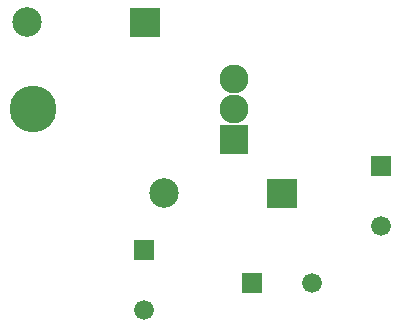
<source format=gbr>
G04 start of page 9 for group -4062 idx -4062 *
G04 Title: (unknown), soldermask *
G04 Creator: pcb 20110918 *
G04 CreationDate: Wed 16 Apr 2014 03:02:33 AM GMT UTC *
G04 For: commonadmin *
G04 Format: Gerber/RS-274X *
G04 PCB-Dimensions: 300000 250000 *
G04 PCB-Coordinate-Origin: lower left *
%MOIN*%
%FSLAX25Y25*%
%LNBOTTOMMASK*%
%ADD101C,0.0984*%
%ADD100C,0.1560*%
%ADD99C,0.0660*%
%ADD98C,0.0960*%
%ADD97C,0.0001*%
G54D97*G36*
X194200Y203800D02*Y194200D01*
X203800D01*
Y203800D01*
X194200D01*
G37*
G54D98*X199000Y209000D03*
Y219000D03*
G54D97*G36*
X210079Y185921D02*Y176079D01*
X219921D01*
Y185921D01*
X210079D01*
G37*
G36*
X165700Y165300D02*Y158700D01*
X172300D01*
Y165300D01*
X165700D01*
G37*
G54D99*X169000Y142000D03*
G54D100*X132000Y209000D03*
G54D101*X175630Y181000D03*
G54D97*G36*
X201700Y154300D02*Y147700D01*
X208300D01*
Y154300D01*
X201700D01*
G37*
G54D99*X225000Y151000D03*
G54D97*G36*
X244700Y193300D02*Y186700D01*
X251300D01*
Y193300D01*
X244700D01*
G37*
G54D99*X248000Y170000D03*
G54D97*G36*
X164449Y242921D02*Y233079D01*
X174291D01*
Y242921D01*
X164449D01*
G37*
G54D101*X130000Y238000D03*
M02*

</source>
